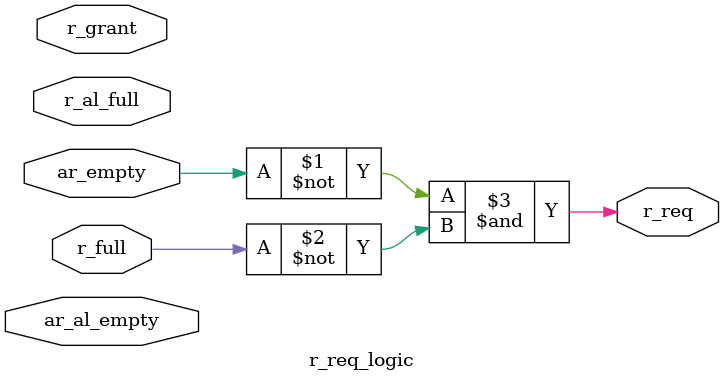
<source format=sv>
module r_req_logic(
    input logic ar_empty,
    input logic ar_al_empty,
    input logic r_full,
    input logic r_al_full,
    input logic r_grant,
    output logic r_req
);
//    assign r_req = r_grant ?
//        (~ar_al_empty & ~r_al_full) :
//        (~ar_empty & ~r_full);
		assign r_req = ~ar_empty & ~r_full;
endmodule
</source>
